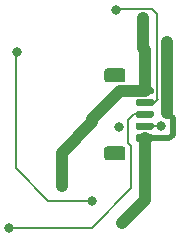
<source format=gbl>
G04 #@! TF.GenerationSoftware,KiCad,Pcbnew,5.1.10-88a1d61d58~88~ubuntu20.04.1*
G04 #@! TF.CreationDate,2021-05-03T06:19:38-04:00*
G04 #@! TF.ProjectId,SpaceCenter_TouchBoard_KiCAD,53706163-6543-4656-9e74-65725f546f75,rev?*
G04 #@! TF.SameCoordinates,Original*
G04 #@! TF.FileFunction,Copper,L2,Bot*
G04 #@! TF.FilePolarity,Positive*
%FSLAX46Y46*%
G04 Gerber Fmt 4.6, Leading zero omitted, Abs format (unit mm)*
G04 Created by KiCad (PCBNEW 5.1.10-88a1d61d58~88~ubuntu20.04.1) date 2021-05-03 06:19:38*
%MOMM*%
%LPD*%
G01*
G04 APERTURE LIST*
G04 #@! TA.AperFunction,ViaPad*
%ADD10C,0.800000*%
G04 #@! TD*
G04 #@! TA.AperFunction,Conductor*
%ADD11C,1.000000*%
G04 #@! TD*
G04 #@! TA.AperFunction,Conductor*
%ADD12C,0.500000*%
G04 #@! TD*
G04 #@! TA.AperFunction,Conductor*
%ADD13C,0.160000*%
G04 #@! TD*
G04 APERTURE END LIST*
G04 #@! TA.AperFunction,SMDPad,CuDef*
G36*
G01*
X143448000Y-94283500D02*
X144698000Y-94283500D01*
G75*
G02*
X144848000Y-94433500I0J-150000D01*
G01*
X144848000Y-94733500D01*
G75*
G02*
X144698000Y-94883500I-150000J0D01*
G01*
X143448000Y-94883500D01*
G75*
G02*
X143298000Y-94733500I0J150000D01*
G01*
X143298000Y-94433500D01*
G75*
G02*
X143448000Y-94283500I150000J0D01*
G01*
G37*
G04 #@! TD.AperFunction*
G04 #@! TA.AperFunction,SMDPad,CuDef*
G36*
G01*
X143448000Y-95283500D02*
X144698000Y-95283500D01*
G75*
G02*
X144848000Y-95433500I0J-150000D01*
G01*
X144848000Y-95733500D01*
G75*
G02*
X144698000Y-95883500I-150000J0D01*
G01*
X143448000Y-95883500D01*
G75*
G02*
X143298000Y-95733500I0J150000D01*
G01*
X143298000Y-95433500D01*
G75*
G02*
X143448000Y-95283500I150000J0D01*
G01*
G37*
G04 #@! TD.AperFunction*
G04 #@! TA.AperFunction,SMDPad,CuDef*
G36*
G01*
X143448000Y-96283500D02*
X144698000Y-96283500D01*
G75*
G02*
X144848000Y-96433500I0J-150000D01*
G01*
X144848000Y-96733500D01*
G75*
G02*
X144698000Y-96883500I-150000J0D01*
G01*
X143448000Y-96883500D01*
G75*
G02*
X143298000Y-96733500I0J150000D01*
G01*
X143298000Y-96433500D01*
G75*
G02*
X143448000Y-96283500I150000J0D01*
G01*
G37*
G04 #@! TD.AperFunction*
G04 #@! TA.AperFunction,SMDPad,CuDef*
G36*
G01*
X143448000Y-97283500D02*
X144698000Y-97283500D01*
G75*
G02*
X144848000Y-97433500I0J-150000D01*
G01*
X144848000Y-97733500D01*
G75*
G02*
X144698000Y-97883500I-150000J0D01*
G01*
X143448000Y-97883500D01*
G75*
G02*
X143298000Y-97733500I0J150000D01*
G01*
X143298000Y-97433500D01*
G75*
G02*
X143448000Y-97283500I150000J0D01*
G01*
G37*
G04 #@! TD.AperFunction*
G04 #@! TA.AperFunction,SMDPad,CuDef*
G36*
G01*
X143448000Y-98283500D02*
X144698000Y-98283500D01*
G75*
G02*
X144848000Y-98433500I0J-150000D01*
G01*
X144848000Y-98733500D01*
G75*
G02*
X144698000Y-98883500I-150000J0D01*
G01*
X143448000Y-98883500D01*
G75*
G02*
X143298000Y-98733500I0J150000D01*
G01*
X143298000Y-98433500D01*
G75*
G02*
X143448000Y-98283500I150000J0D01*
G01*
G37*
G04 #@! TD.AperFunction*
G04 #@! TA.AperFunction,SMDPad,CuDef*
G36*
G01*
X140897999Y-92683500D02*
X142198001Y-92683500D01*
G75*
G02*
X142448000Y-92933499I0J-249999D01*
G01*
X142448000Y-93633501D01*
G75*
G02*
X142198001Y-93883500I-249999J0D01*
G01*
X140897999Y-93883500D01*
G75*
G02*
X140648000Y-93633501I0J249999D01*
G01*
X140648000Y-92933499D01*
G75*
G02*
X140897999Y-92683500I249999J0D01*
G01*
G37*
G04 #@! TD.AperFunction*
G04 #@! TA.AperFunction,SMDPad,CuDef*
G36*
G01*
X140897600Y-99283500D02*
X142198400Y-99283500D01*
G75*
G02*
X142448000Y-99533100I0J-249600D01*
G01*
X142448000Y-100233900D01*
G75*
G02*
X142198400Y-100483500I-249600J0D01*
G01*
X140897600Y-100483500D01*
G75*
G02*
X140648000Y-100233900I0J249600D01*
G01*
X140648000Y-99533100D01*
G75*
G02*
X140897600Y-99283500I249600J0D01*
G01*
G37*
G04 #@! TD.AperFunction*
D10*
X137033000Y-102616000D03*
X143891000Y-88455500D03*
X145923000Y-90487500D03*
X142113000Y-105791000D03*
X141605000Y-87757000D03*
X132588000Y-106172000D03*
X141859000Y-97663000D03*
X145478500Y-97599500D03*
X139573000Y-103886000D03*
X133223000Y-91313000D03*
D11*
X144073000Y-94583500D02*
X142652500Y-94583500D01*
X142652500Y-94583500D02*
X142017500Y-94583500D01*
X142017500Y-94583500D02*
X139636500Y-96964500D01*
X139636500Y-96964500D02*
X139636500Y-97218500D01*
X137033000Y-99822000D02*
X137033000Y-102616000D01*
X139636500Y-97218500D02*
X137033000Y-99822000D01*
X144073000Y-91114000D02*
X143891000Y-90932000D01*
X144073000Y-94583500D02*
X144073000Y-91114000D01*
X143891000Y-90932000D02*
X143891000Y-88455500D01*
X144073000Y-98583500D02*
X144073000Y-102942000D01*
D12*
X144073000Y-98583500D02*
X146145500Y-98583500D01*
X146145500Y-98583500D02*
X146431000Y-98298000D01*
X146431000Y-98298000D02*
X146431000Y-96901000D01*
X146431000Y-96901000D02*
X145986500Y-96456500D01*
D11*
X145986500Y-90551000D02*
X145923000Y-90487500D01*
X145986500Y-96456500D02*
X145986500Y-90551000D01*
X144073000Y-103831000D02*
X142113000Y-105791000D01*
X144073000Y-102942000D02*
X144073000Y-103831000D01*
D13*
X144073000Y-95583500D02*
X144891000Y-95583500D01*
X144891000Y-95583500D02*
X145161000Y-95313500D01*
X145142991Y-95295491D02*
X145142991Y-88119991D01*
X145161000Y-95313500D02*
X145142991Y-95295491D01*
X145142991Y-88119991D02*
X144698490Y-87675490D01*
X144698490Y-87675490D02*
X142194510Y-87675490D01*
X141686510Y-87675490D02*
X141605000Y-87757000D01*
X142194510Y-87675490D02*
X141686510Y-87675490D01*
X142684500Y-98996500D02*
X142938500Y-99250500D01*
X142684500Y-97028000D02*
X142684500Y-98996500D01*
X142938500Y-99250500D02*
X142938500Y-102679500D01*
X143129000Y-96583500D02*
X142684500Y-97028000D01*
X144073000Y-96583500D02*
X143129000Y-96583500D01*
X142938500Y-102679500D02*
X142938500Y-102806500D01*
X139573000Y-106172000D02*
X132588000Y-106172000D01*
X142938500Y-102806500D02*
X139573000Y-106172000D01*
X145462500Y-97583500D02*
X145478500Y-97599500D01*
X144073000Y-97583500D02*
X145462500Y-97583500D01*
X133159500Y-99885500D02*
X133159500Y-101155500D01*
X135890000Y-103886000D02*
X139573000Y-103886000D01*
X133159500Y-101155500D02*
X135890000Y-103886000D01*
X133159500Y-99885500D02*
X133159500Y-94297500D01*
X133159500Y-91376500D02*
X133223000Y-91313000D01*
X133159500Y-94297500D02*
X133159500Y-91376500D01*
M02*

</source>
